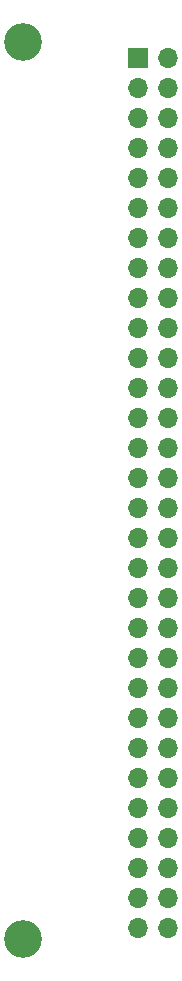
<source format=gbr>
%TF.GenerationSoftware,KiCad,Pcbnew,5.1.10-88a1d61d58~88~ubuntu20.04.1*%
%TF.CreationDate,2021-05-25T18:48:27+07:00*%
%TF.ProjectId,Hirose_DF40HC_60DS_V04_Header_Adapter,4869726f-7365-45f4-9446-343048435f36,rev?*%
%TF.SameCoordinates,Original*%
%TF.FileFunction,Soldermask,Bot*%
%TF.FilePolarity,Negative*%
%FSLAX46Y46*%
G04 Gerber Fmt 4.6, Leading zero omitted, Abs format (unit mm)*
G04 Created by KiCad (PCBNEW 5.1.10-88a1d61d58~88~ubuntu20.04.1) date 2021-05-25 18:48:27*
%MOMM*%
%LPD*%
G01*
G04 APERTURE LIST*
%ADD10C,3.200000*%
%ADD11O,1.700000X1.700000*%
%ADD12R,1.700000X1.700000*%
G04 APERTURE END LIST*
D10*
%TO.C,H2*%
X121920000Y-113538000D03*
%TD*%
%TO.C,H1*%
X121920000Y-37592000D03*
%TD*%
D11*
%TO.C,J2*%
X134190000Y-112610000D03*
X131650000Y-112610000D03*
X134190000Y-110070000D03*
X131650000Y-110070000D03*
X134190000Y-107530000D03*
X131650000Y-107530000D03*
X134190000Y-104990000D03*
X131650000Y-104990000D03*
X134190000Y-102450000D03*
X131650000Y-102450000D03*
X134190000Y-99910000D03*
X131650000Y-99910000D03*
X134190000Y-97370000D03*
X131650000Y-97370000D03*
X134190000Y-94830000D03*
X131650000Y-94830000D03*
X134190000Y-92290000D03*
X131650000Y-92290000D03*
X134190000Y-89750000D03*
X131650000Y-89750000D03*
X134190000Y-87210000D03*
X131650000Y-87210000D03*
X134190000Y-84670000D03*
X131650000Y-84670000D03*
X134190000Y-82130000D03*
X131650000Y-82130000D03*
X134190000Y-79590000D03*
X131650000Y-79590000D03*
X134190000Y-77050000D03*
X131650000Y-77050000D03*
X134190000Y-74510000D03*
X131650000Y-74510000D03*
X134190000Y-71970000D03*
X131650000Y-71970000D03*
X134190000Y-69430000D03*
X131650000Y-69430000D03*
X134190000Y-66890000D03*
X131650000Y-66890000D03*
X134190000Y-64350000D03*
X131650000Y-64350000D03*
X134190000Y-61810000D03*
X131650000Y-61810000D03*
X134190000Y-59270000D03*
X131650000Y-59270000D03*
X134190000Y-56730000D03*
X131650000Y-56730000D03*
X134190000Y-54190000D03*
X131650000Y-54190000D03*
X134190000Y-51650000D03*
X131650000Y-51650000D03*
X134190000Y-49110000D03*
X131650000Y-49110000D03*
X134190000Y-46570000D03*
X131650000Y-46570000D03*
X134190000Y-44030000D03*
X131650000Y-44030000D03*
X134190000Y-41490000D03*
X131650000Y-41490000D03*
X134190000Y-38950000D03*
D12*
X131650000Y-38950000D03*
%TD*%
M02*

</source>
